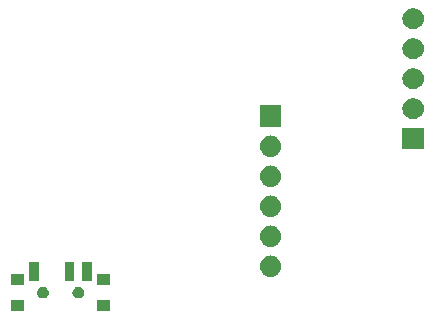
<source format=gbr>
G04 #@! TF.GenerationSoftware,KiCad,Pcbnew,(5.0.1-3-g963ef8bb5)*
G04 #@! TF.CreationDate,2019-02-10T00:29:52-05:00*
G04 #@! TF.ProjectId,glowtieProgrammer,676C6F7774696550726F6772616D6D65,rev?*
G04 #@! TF.SameCoordinates,Original*
G04 #@! TF.FileFunction,Soldermask,Top*
G04 #@! TF.FilePolarity,Negative*
%FSLAX46Y46*%
G04 Gerber Fmt 4.6, Leading zero omitted, Abs format (unit mm)*
G04 Created by KiCad (PCBNEW (5.0.1-3-g963ef8bb5)) date Sunday, February 10, 2019 at 12:29:52 AM*
%MOMM*%
%LPD*%
G01*
G04 APERTURE LIST*
%ADD10C,0.100000*%
G04 APERTURE END LIST*
D10*
G36*
X148981000Y-65381000D02*
X147879000Y-65381000D01*
X147879000Y-64479000D01*
X148981000Y-64479000D01*
X148981000Y-65381000D01*
X148981000Y-65381000D01*
G37*
G36*
X141681000Y-65381000D02*
X140579000Y-65381000D01*
X140579000Y-64479000D01*
X141681000Y-64479000D01*
X141681000Y-65381000D01*
X141681000Y-65381000D01*
G37*
G36*
X143426136Y-63348253D02*
X143517312Y-63386019D01*
X143599372Y-63440850D01*
X143669150Y-63510628D01*
X143723981Y-63592688D01*
X143761747Y-63683864D01*
X143781000Y-63780656D01*
X143781000Y-63879344D01*
X143761747Y-63976136D01*
X143723981Y-64067312D01*
X143669150Y-64149372D01*
X143599372Y-64219150D01*
X143517312Y-64273981D01*
X143426136Y-64311747D01*
X143329344Y-64331000D01*
X143230656Y-64331000D01*
X143133864Y-64311747D01*
X143042688Y-64273981D01*
X142960628Y-64219150D01*
X142890850Y-64149372D01*
X142836019Y-64067312D01*
X142798253Y-63976136D01*
X142779000Y-63879344D01*
X142779000Y-63780656D01*
X142798253Y-63683864D01*
X142836019Y-63592688D01*
X142890850Y-63510628D01*
X142960628Y-63440850D01*
X143042688Y-63386019D01*
X143133864Y-63348253D01*
X143230656Y-63329000D01*
X143329344Y-63329000D01*
X143426136Y-63348253D01*
X143426136Y-63348253D01*
G37*
G36*
X146426136Y-63348253D02*
X146517312Y-63386019D01*
X146599372Y-63440850D01*
X146669150Y-63510628D01*
X146723981Y-63592688D01*
X146761747Y-63683864D01*
X146781000Y-63780656D01*
X146781000Y-63879344D01*
X146761747Y-63976136D01*
X146723981Y-64067312D01*
X146669150Y-64149372D01*
X146599372Y-64219150D01*
X146517312Y-64273981D01*
X146426136Y-64311747D01*
X146329344Y-64331000D01*
X146230656Y-64331000D01*
X146133864Y-64311747D01*
X146042688Y-64273981D01*
X145960628Y-64219150D01*
X145890850Y-64149372D01*
X145836019Y-64067312D01*
X145798253Y-63976136D01*
X145779000Y-63879344D01*
X145779000Y-63780656D01*
X145798253Y-63683864D01*
X145836019Y-63592688D01*
X145890850Y-63510628D01*
X145960628Y-63440850D01*
X146042688Y-63386019D01*
X146133864Y-63348253D01*
X146230656Y-63329000D01*
X146329344Y-63329000D01*
X146426136Y-63348253D01*
X146426136Y-63348253D01*
G37*
G36*
X141681000Y-63171000D02*
X140579000Y-63171000D01*
X140579000Y-62269000D01*
X141681000Y-62269000D01*
X141681000Y-63171000D01*
X141681000Y-63171000D01*
G37*
G36*
X148981000Y-63171000D02*
X147879000Y-63171000D01*
X147879000Y-62269000D01*
X148981000Y-62269000D01*
X148981000Y-63171000D01*
X148981000Y-63171000D01*
G37*
G36*
X147431000Y-62871000D02*
X146629000Y-62871000D01*
X146629000Y-61269000D01*
X147431000Y-61269000D01*
X147431000Y-62871000D01*
X147431000Y-62871000D01*
G37*
G36*
X145931000Y-62871000D02*
X145129000Y-62871000D01*
X145129000Y-61269000D01*
X145931000Y-61269000D01*
X145931000Y-62871000D01*
X145931000Y-62871000D01*
G37*
G36*
X142931000Y-62871000D02*
X142129000Y-62871000D01*
X142129000Y-61269000D01*
X142931000Y-61269000D01*
X142931000Y-62871000D01*
X142931000Y-62871000D01*
G37*
G36*
X162670443Y-60700519D02*
X162736627Y-60707037D01*
X162849853Y-60741384D01*
X162906467Y-60758557D01*
X163045087Y-60832652D01*
X163062991Y-60842222D01*
X163098729Y-60871552D01*
X163200186Y-60954814D01*
X163283448Y-61056271D01*
X163312778Y-61092009D01*
X163312779Y-61092011D01*
X163396443Y-61248533D01*
X163396443Y-61248534D01*
X163447963Y-61418373D01*
X163465359Y-61595000D01*
X163447963Y-61771627D01*
X163413616Y-61884853D01*
X163396443Y-61941467D01*
X163322348Y-62080087D01*
X163312778Y-62097991D01*
X163283448Y-62133729D01*
X163200186Y-62235186D01*
X163098729Y-62318448D01*
X163062991Y-62347778D01*
X163062989Y-62347779D01*
X162906467Y-62431443D01*
X162849853Y-62448616D01*
X162736627Y-62482963D01*
X162670443Y-62489481D01*
X162604260Y-62496000D01*
X162515740Y-62496000D01*
X162449557Y-62489481D01*
X162383373Y-62482963D01*
X162270147Y-62448616D01*
X162213533Y-62431443D01*
X162057011Y-62347779D01*
X162057009Y-62347778D01*
X162021271Y-62318448D01*
X161919814Y-62235186D01*
X161836552Y-62133729D01*
X161807222Y-62097991D01*
X161797652Y-62080087D01*
X161723557Y-61941467D01*
X161706384Y-61884853D01*
X161672037Y-61771627D01*
X161654641Y-61595000D01*
X161672037Y-61418373D01*
X161723557Y-61248534D01*
X161723557Y-61248533D01*
X161807221Y-61092011D01*
X161807222Y-61092009D01*
X161836552Y-61056271D01*
X161919814Y-60954814D01*
X162021271Y-60871552D01*
X162057009Y-60842222D01*
X162074913Y-60832652D01*
X162213533Y-60758557D01*
X162270147Y-60741384D01*
X162383373Y-60707037D01*
X162449557Y-60700519D01*
X162515740Y-60694000D01*
X162604260Y-60694000D01*
X162670443Y-60700519D01*
X162670443Y-60700519D01*
G37*
G36*
X162670442Y-58160518D02*
X162736627Y-58167037D01*
X162849853Y-58201384D01*
X162906467Y-58218557D01*
X163045087Y-58292652D01*
X163062991Y-58302222D01*
X163098729Y-58331552D01*
X163200186Y-58414814D01*
X163283448Y-58516271D01*
X163312778Y-58552009D01*
X163312779Y-58552011D01*
X163396443Y-58708533D01*
X163396443Y-58708534D01*
X163447963Y-58878373D01*
X163465359Y-59055000D01*
X163447963Y-59231627D01*
X163413616Y-59344853D01*
X163396443Y-59401467D01*
X163322348Y-59540087D01*
X163312778Y-59557991D01*
X163283448Y-59593729D01*
X163200186Y-59695186D01*
X163098729Y-59778448D01*
X163062991Y-59807778D01*
X163062989Y-59807779D01*
X162906467Y-59891443D01*
X162849853Y-59908616D01*
X162736627Y-59942963D01*
X162670442Y-59949482D01*
X162604260Y-59956000D01*
X162515740Y-59956000D01*
X162449558Y-59949482D01*
X162383373Y-59942963D01*
X162270147Y-59908616D01*
X162213533Y-59891443D01*
X162057011Y-59807779D01*
X162057009Y-59807778D01*
X162021271Y-59778448D01*
X161919814Y-59695186D01*
X161836552Y-59593729D01*
X161807222Y-59557991D01*
X161797652Y-59540087D01*
X161723557Y-59401467D01*
X161706384Y-59344853D01*
X161672037Y-59231627D01*
X161654641Y-59055000D01*
X161672037Y-58878373D01*
X161723557Y-58708534D01*
X161723557Y-58708533D01*
X161807221Y-58552011D01*
X161807222Y-58552009D01*
X161836552Y-58516271D01*
X161919814Y-58414814D01*
X162021271Y-58331552D01*
X162057009Y-58302222D01*
X162074913Y-58292652D01*
X162213533Y-58218557D01*
X162270147Y-58201384D01*
X162383373Y-58167037D01*
X162449558Y-58160518D01*
X162515740Y-58154000D01*
X162604260Y-58154000D01*
X162670442Y-58160518D01*
X162670442Y-58160518D01*
G37*
G36*
X162670443Y-55620519D02*
X162736627Y-55627037D01*
X162849853Y-55661384D01*
X162906467Y-55678557D01*
X163045087Y-55752652D01*
X163062991Y-55762222D01*
X163098729Y-55791552D01*
X163200186Y-55874814D01*
X163283448Y-55976271D01*
X163312778Y-56012009D01*
X163312779Y-56012011D01*
X163396443Y-56168533D01*
X163396443Y-56168534D01*
X163447963Y-56338373D01*
X163465359Y-56515000D01*
X163447963Y-56691627D01*
X163413616Y-56804853D01*
X163396443Y-56861467D01*
X163322348Y-57000087D01*
X163312778Y-57017991D01*
X163283448Y-57053729D01*
X163200186Y-57155186D01*
X163098729Y-57238448D01*
X163062991Y-57267778D01*
X163062989Y-57267779D01*
X162906467Y-57351443D01*
X162849853Y-57368616D01*
X162736627Y-57402963D01*
X162670443Y-57409481D01*
X162604260Y-57416000D01*
X162515740Y-57416000D01*
X162449557Y-57409481D01*
X162383373Y-57402963D01*
X162270147Y-57368616D01*
X162213533Y-57351443D01*
X162057011Y-57267779D01*
X162057009Y-57267778D01*
X162021271Y-57238448D01*
X161919814Y-57155186D01*
X161836552Y-57053729D01*
X161807222Y-57017991D01*
X161797652Y-57000087D01*
X161723557Y-56861467D01*
X161706384Y-56804853D01*
X161672037Y-56691627D01*
X161654641Y-56515000D01*
X161672037Y-56338373D01*
X161723557Y-56168534D01*
X161723557Y-56168533D01*
X161807221Y-56012011D01*
X161807222Y-56012009D01*
X161836552Y-55976271D01*
X161919814Y-55874814D01*
X162021271Y-55791552D01*
X162057009Y-55762222D01*
X162074913Y-55752652D01*
X162213533Y-55678557D01*
X162270147Y-55661384D01*
X162383373Y-55627037D01*
X162449557Y-55620519D01*
X162515740Y-55614000D01*
X162604260Y-55614000D01*
X162670443Y-55620519D01*
X162670443Y-55620519D01*
G37*
G36*
X162670442Y-53080518D02*
X162736627Y-53087037D01*
X162849853Y-53121384D01*
X162906467Y-53138557D01*
X163045087Y-53212652D01*
X163062991Y-53222222D01*
X163098729Y-53251552D01*
X163200186Y-53334814D01*
X163283448Y-53436271D01*
X163312778Y-53472009D01*
X163312779Y-53472011D01*
X163396443Y-53628533D01*
X163396443Y-53628534D01*
X163447963Y-53798373D01*
X163465359Y-53975000D01*
X163447963Y-54151627D01*
X163413616Y-54264853D01*
X163396443Y-54321467D01*
X163322348Y-54460087D01*
X163312778Y-54477991D01*
X163283448Y-54513729D01*
X163200186Y-54615186D01*
X163098729Y-54698448D01*
X163062991Y-54727778D01*
X163062989Y-54727779D01*
X162906467Y-54811443D01*
X162849853Y-54828616D01*
X162736627Y-54862963D01*
X162670443Y-54869481D01*
X162604260Y-54876000D01*
X162515740Y-54876000D01*
X162449557Y-54869481D01*
X162383373Y-54862963D01*
X162270147Y-54828616D01*
X162213533Y-54811443D01*
X162057011Y-54727779D01*
X162057009Y-54727778D01*
X162021271Y-54698448D01*
X161919814Y-54615186D01*
X161836552Y-54513729D01*
X161807222Y-54477991D01*
X161797652Y-54460087D01*
X161723557Y-54321467D01*
X161706384Y-54264853D01*
X161672037Y-54151627D01*
X161654641Y-53975000D01*
X161672037Y-53798373D01*
X161723557Y-53628534D01*
X161723557Y-53628533D01*
X161807221Y-53472011D01*
X161807222Y-53472009D01*
X161836552Y-53436271D01*
X161919814Y-53334814D01*
X162021271Y-53251552D01*
X162057009Y-53222222D01*
X162074913Y-53212652D01*
X162213533Y-53138557D01*
X162270147Y-53121384D01*
X162383373Y-53087037D01*
X162449558Y-53080518D01*
X162515740Y-53074000D01*
X162604260Y-53074000D01*
X162670442Y-53080518D01*
X162670442Y-53080518D01*
G37*
G36*
X162670442Y-50540518D02*
X162736627Y-50547037D01*
X162849853Y-50581384D01*
X162906467Y-50598557D01*
X163045087Y-50672652D01*
X163062991Y-50682222D01*
X163098729Y-50711552D01*
X163200186Y-50794814D01*
X163283448Y-50896271D01*
X163312778Y-50932009D01*
X163312779Y-50932011D01*
X163396443Y-51088533D01*
X163396443Y-51088534D01*
X163447963Y-51258373D01*
X163465359Y-51435000D01*
X163447963Y-51611627D01*
X163420852Y-51701000D01*
X163396443Y-51781467D01*
X163322348Y-51920087D01*
X163312778Y-51937991D01*
X163283448Y-51973729D01*
X163200186Y-52075186D01*
X163098729Y-52158448D01*
X163062991Y-52187778D01*
X163062989Y-52187779D01*
X162906467Y-52271443D01*
X162849853Y-52288616D01*
X162736627Y-52322963D01*
X162670443Y-52329481D01*
X162604260Y-52336000D01*
X162515740Y-52336000D01*
X162449558Y-52329482D01*
X162383373Y-52322963D01*
X162270147Y-52288616D01*
X162213533Y-52271443D01*
X162057011Y-52187779D01*
X162057009Y-52187778D01*
X162021271Y-52158448D01*
X161919814Y-52075186D01*
X161836552Y-51973729D01*
X161807222Y-51937991D01*
X161797652Y-51920087D01*
X161723557Y-51781467D01*
X161699148Y-51701000D01*
X161672037Y-51611627D01*
X161654641Y-51435000D01*
X161672037Y-51258373D01*
X161723557Y-51088534D01*
X161723557Y-51088533D01*
X161807221Y-50932011D01*
X161807222Y-50932009D01*
X161836552Y-50896271D01*
X161919814Y-50794814D01*
X162021271Y-50711552D01*
X162057009Y-50682222D01*
X162074913Y-50672652D01*
X162213533Y-50598557D01*
X162270147Y-50581384D01*
X162383373Y-50547037D01*
X162449558Y-50540518D01*
X162515740Y-50534000D01*
X162604260Y-50534000D01*
X162670442Y-50540518D01*
X162670442Y-50540518D01*
G37*
G36*
X175526000Y-51701000D02*
X173724000Y-51701000D01*
X173724000Y-49899000D01*
X175526000Y-49899000D01*
X175526000Y-51701000D01*
X175526000Y-51701000D01*
G37*
G36*
X163461000Y-49796000D02*
X161659000Y-49796000D01*
X161659000Y-47994000D01*
X163461000Y-47994000D01*
X163461000Y-49796000D01*
X163461000Y-49796000D01*
G37*
G36*
X174735443Y-47365519D02*
X174801627Y-47372037D01*
X174914853Y-47406384D01*
X174971467Y-47423557D01*
X175110087Y-47497652D01*
X175127991Y-47507222D01*
X175163729Y-47536552D01*
X175265186Y-47619814D01*
X175348448Y-47721271D01*
X175377778Y-47757009D01*
X175377779Y-47757011D01*
X175461443Y-47913533D01*
X175461443Y-47913534D01*
X175512963Y-48083373D01*
X175530359Y-48260000D01*
X175512963Y-48436627D01*
X175478616Y-48549853D01*
X175461443Y-48606467D01*
X175387348Y-48745087D01*
X175377778Y-48762991D01*
X175348448Y-48798729D01*
X175265186Y-48900186D01*
X175163729Y-48983448D01*
X175127991Y-49012778D01*
X175127989Y-49012779D01*
X174971467Y-49096443D01*
X174914853Y-49113616D01*
X174801627Y-49147963D01*
X174735443Y-49154481D01*
X174669260Y-49161000D01*
X174580740Y-49161000D01*
X174514557Y-49154481D01*
X174448373Y-49147963D01*
X174335147Y-49113616D01*
X174278533Y-49096443D01*
X174122011Y-49012779D01*
X174122009Y-49012778D01*
X174086271Y-48983448D01*
X173984814Y-48900186D01*
X173901552Y-48798729D01*
X173872222Y-48762991D01*
X173862652Y-48745087D01*
X173788557Y-48606467D01*
X173771384Y-48549853D01*
X173737037Y-48436627D01*
X173719641Y-48260000D01*
X173737037Y-48083373D01*
X173788557Y-47913534D01*
X173788557Y-47913533D01*
X173872221Y-47757011D01*
X173872222Y-47757009D01*
X173901552Y-47721271D01*
X173984814Y-47619814D01*
X174086271Y-47536552D01*
X174122009Y-47507222D01*
X174139913Y-47497652D01*
X174278533Y-47423557D01*
X174335147Y-47406384D01*
X174448373Y-47372037D01*
X174514557Y-47365519D01*
X174580740Y-47359000D01*
X174669260Y-47359000D01*
X174735443Y-47365519D01*
X174735443Y-47365519D01*
G37*
G36*
X174735442Y-44825518D02*
X174801627Y-44832037D01*
X174914853Y-44866384D01*
X174971467Y-44883557D01*
X175110087Y-44957652D01*
X175127991Y-44967222D01*
X175163729Y-44996552D01*
X175265186Y-45079814D01*
X175348448Y-45181271D01*
X175377778Y-45217009D01*
X175377779Y-45217011D01*
X175461443Y-45373533D01*
X175461443Y-45373534D01*
X175512963Y-45543373D01*
X175530359Y-45720000D01*
X175512963Y-45896627D01*
X175478616Y-46009853D01*
X175461443Y-46066467D01*
X175387348Y-46205087D01*
X175377778Y-46222991D01*
X175348448Y-46258729D01*
X175265186Y-46360186D01*
X175163729Y-46443448D01*
X175127991Y-46472778D01*
X175127989Y-46472779D01*
X174971467Y-46556443D01*
X174914853Y-46573616D01*
X174801627Y-46607963D01*
X174735443Y-46614481D01*
X174669260Y-46621000D01*
X174580740Y-46621000D01*
X174514558Y-46614482D01*
X174448373Y-46607963D01*
X174335147Y-46573616D01*
X174278533Y-46556443D01*
X174122011Y-46472779D01*
X174122009Y-46472778D01*
X174086271Y-46443448D01*
X173984814Y-46360186D01*
X173901552Y-46258729D01*
X173872222Y-46222991D01*
X173862652Y-46205087D01*
X173788557Y-46066467D01*
X173771384Y-46009853D01*
X173737037Y-45896627D01*
X173719641Y-45720000D01*
X173737037Y-45543373D01*
X173788557Y-45373534D01*
X173788557Y-45373533D01*
X173872221Y-45217011D01*
X173872222Y-45217009D01*
X173901552Y-45181271D01*
X173984814Y-45079814D01*
X174086271Y-44996552D01*
X174122009Y-44967222D01*
X174139913Y-44957652D01*
X174278533Y-44883557D01*
X174335147Y-44866384D01*
X174448373Y-44832037D01*
X174514558Y-44825518D01*
X174580740Y-44819000D01*
X174669260Y-44819000D01*
X174735442Y-44825518D01*
X174735442Y-44825518D01*
G37*
G36*
X174735442Y-42285518D02*
X174801627Y-42292037D01*
X174914853Y-42326384D01*
X174971467Y-42343557D01*
X175110087Y-42417652D01*
X175127991Y-42427222D01*
X175163729Y-42456552D01*
X175265186Y-42539814D01*
X175348448Y-42641271D01*
X175377778Y-42677009D01*
X175377779Y-42677011D01*
X175461443Y-42833533D01*
X175461443Y-42833534D01*
X175512963Y-43003373D01*
X175530359Y-43180000D01*
X175512963Y-43356627D01*
X175478616Y-43469853D01*
X175461443Y-43526467D01*
X175387348Y-43665087D01*
X175377778Y-43682991D01*
X175348448Y-43718729D01*
X175265186Y-43820186D01*
X175163729Y-43903448D01*
X175127991Y-43932778D01*
X175127989Y-43932779D01*
X174971467Y-44016443D01*
X174914853Y-44033616D01*
X174801627Y-44067963D01*
X174735443Y-44074481D01*
X174669260Y-44081000D01*
X174580740Y-44081000D01*
X174514557Y-44074481D01*
X174448373Y-44067963D01*
X174335147Y-44033616D01*
X174278533Y-44016443D01*
X174122011Y-43932779D01*
X174122009Y-43932778D01*
X174086271Y-43903448D01*
X173984814Y-43820186D01*
X173901552Y-43718729D01*
X173872222Y-43682991D01*
X173862652Y-43665087D01*
X173788557Y-43526467D01*
X173771384Y-43469853D01*
X173737037Y-43356627D01*
X173719641Y-43180000D01*
X173737037Y-43003373D01*
X173788557Y-42833534D01*
X173788557Y-42833533D01*
X173872221Y-42677011D01*
X173872222Y-42677009D01*
X173901552Y-42641271D01*
X173984814Y-42539814D01*
X174086271Y-42456552D01*
X174122009Y-42427222D01*
X174139913Y-42417652D01*
X174278533Y-42343557D01*
X174335147Y-42326384D01*
X174448373Y-42292037D01*
X174514557Y-42285519D01*
X174580740Y-42279000D01*
X174669260Y-42279000D01*
X174735442Y-42285518D01*
X174735442Y-42285518D01*
G37*
G36*
X174735442Y-39745518D02*
X174801627Y-39752037D01*
X174914853Y-39786384D01*
X174971467Y-39803557D01*
X175110087Y-39877652D01*
X175127991Y-39887222D01*
X175163729Y-39916552D01*
X175265186Y-39999814D01*
X175348448Y-40101271D01*
X175377778Y-40137009D01*
X175377779Y-40137011D01*
X175461443Y-40293533D01*
X175461443Y-40293534D01*
X175512963Y-40463373D01*
X175530359Y-40640000D01*
X175512963Y-40816627D01*
X175478616Y-40929853D01*
X175461443Y-40986467D01*
X175387348Y-41125087D01*
X175377778Y-41142991D01*
X175348448Y-41178729D01*
X175265186Y-41280186D01*
X175163729Y-41363448D01*
X175127991Y-41392778D01*
X175127989Y-41392779D01*
X174971467Y-41476443D01*
X174914853Y-41493616D01*
X174801627Y-41527963D01*
X174735442Y-41534482D01*
X174669260Y-41541000D01*
X174580740Y-41541000D01*
X174514558Y-41534482D01*
X174448373Y-41527963D01*
X174335147Y-41493616D01*
X174278533Y-41476443D01*
X174122011Y-41392779D01*
X174122009Y-41392778D01*
X174086271Y-41363448D01*
X173984814Y-41280186D01*
X173901552Y-41178729D01*
X173872222Y-41142991D01*
X173862652Y-41125087D01*
X173788557Y-40986467D01*
X173771384Y-40929853D01*
X173737037Y-40816627D01*
X173719641Y-40640000D01*
X173737037Y-40463373D01*
X173788557Y-40293534D01*
X173788557Y-40293533D01*
X173872221Y-40137011D01*
X173872222Y-40137009D01*
X173901552Y-40101271D01*
X173984814Y-39999814D01*
X174086271Y-39916552D01*
X174122009Y-39887222D01*
X174139913Y-39877652D01*
X174278533Y-39803557D01*
X174335147Y-39786384D01*
X174448373Y-39752037D01*
X174514557Y-39745519D01*
X174580740Y-39739000D01*
X174669260Y-39739000D01*
X174735442Y-39745518D01*
X174735442Y-39745518D01*
G37*
M02*

</source>
